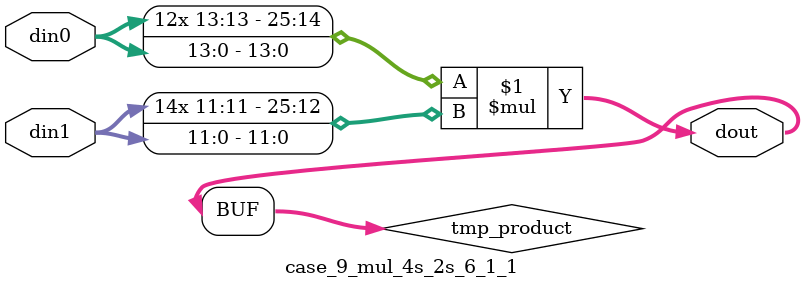
<source format=v>

`timescale 1 ns / 1 ps

 module case_9_mul_4s_2s_6_1_1(din0, din1, dout);
parameter ID = 1;
parameter NUM_STAGE = 0;
parameter din0_WIDTH = 14;
parameter din1_WIDTH = 12;
parameter dout_WIDTH = 26;

input [din0_WIDTH - 1 : 0] din0; 
input [din1_WIDTH - 1 : 0] din1; 
output [dout_WIDTH - 1 : 0] dout;

wire signed [dout_WIDTH - 1 : 0] tmp_product;



























assign tmp_product = $signed(din0) * $signed(din1);








assign dout = tmp_product;





















endmodule

</source>
